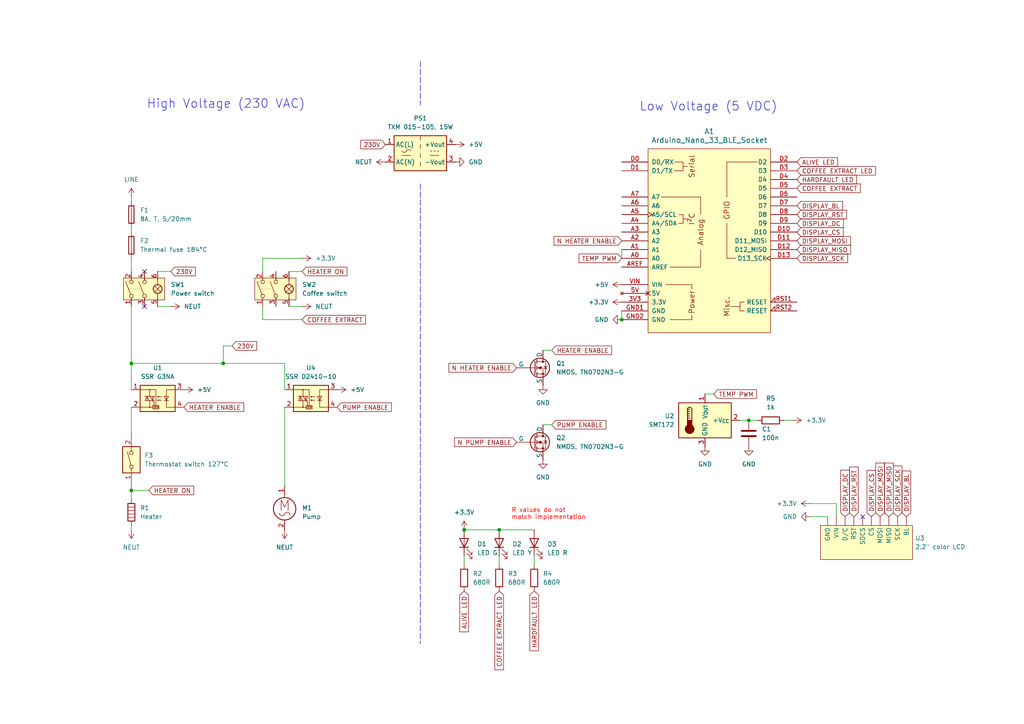
<source format=kicad_sch>
(kicad_sch (version 20250114) (generator "eeschema") (generator_version "9.0")
  (paper "A4")
  (lib_symbols
    (symbol "Converter_ACDC:TMF05105"
      (property "Reference" "PS" (at -6.604 6.096 0))
      (property "Value" "TMF05105" (at 3.048 6.096 0))
      (symbol "TMF05105_1_1"
        (rectangle (start -7.62 5.08) (end 7.62 -5.08) (stroke (width 0.254)) (fill (type background)))
        (polyline (pts (xy -5.334 -0.635) (xy -2.794 -0.635)))
        (arc (start -4.064 0.635) (mid -4.699 0.2495) (end -5.334 0.635))
        (arc (start -4.064 0.635) (mid -3.429 1.0072) (end -2.794 0.635))
        (polyline (pts (xy 0 5.08) (xy 0 3.81)))
        (polyline (pts (xy 0 2.54) (xy 0 1.27)))
        (polyline (pts (xy 0 0) (xy 0 -1.27)))
        (polyline (pts (xy 0 -2.54) (xy 0 -3.81)))
        (polyline (pts (xy 2.794 0.635) (xy 3.302 0.635)))
        (polyline (pts (xy 2.794 -0.635) (xy 5.334 -0.635)))
        (polyline (pts (xy 3.81 0.635) (xy 4.318 0.635)))
        (polyline (pts (xy 4.826 0.635) (xy 5.334 0.635)))
        (pin power_in line (at -10.16 2.54 0) (length 2.54) (name "AC(L)") (number "1"))
        (pin power_in line (at -10.16 -2.54 0) (length 2.54) (name "AC(N)") (number "2"))
        (pin power_out line (at 10.16 2.54 180) (length 2.54) (name "+Vout") (number "4"))
        (pin power_out line (at 10.16 -2.54 180) (length 2.54) (name "-Vout") (number "3"))
      )
    )
    (symbol "Device:C" (pin_numbers (hide yes)) (pin_names (offset 0.254))
      (property "Reference" "C" (at 0.635 2.54 0))
      (property "Value" "C" (at 0.635 -2.54 0))
      (symbol "C_0_1"
        (polyline (pts (xy -2.032 0.762) (xy 2.032 0.762)) (stroke (width 0.508)))
        (polyline (pts (xy -2.032 -0.762) (xy 2.032 -0.762)) (stroke (width 0.508)))
      )
      (symbol "C_1_1"
        (pin passive line (at 0 3.81 270) (length 2.794) (name "~") (number "1"))
        (pin passive line (at 0 -3.81 90) (length 2.794) (name "~") (number "2"))
      )
    )
    (symbol "Device:Fuse" (pin_numbers (hide yes)) (pin_names (offset 0))
      (property "Reference" "F" (at 2.032 0 90))
      (property "Value" "Fuse" (at -1.905 0 90))
      (symbol "Fuse_0_1"
        (rectangle (start -0.762 -2.54) (end 0.762 2.54) (stroke (width 0.254)))
        (polyline (pts (xy 0 2.54) (xy 0 -2.54)))
      )
      (symbol "Fuse_1_1"
        (pin passive line (at 0 3.81 270) (length 1.27) (name "~") (number "1"))
        (pin passive line (at 0 -3.81 90) (length 1.27) (name "~") (number "2"))
      )
    )
    (symbol "Device:Heater" (pin_numbers (hide yes)) (pin_names (offset 0))
      (property "Reference" "R" (at 2.032 0 90))
      (property "Value" "Heater" (at -2.032 0 90))
      (symbol "Heater_0_1"
        (polyline (pts (xy -1.016 1.524) (xy 1.016 1.524)))
        (rectangle (start -1.016 -2.54) (end 1.016 2.54) (stroke (width 0.254)))
        (polyline (pts (xy 1.016 0.508) (xy -1.016 0.508)))
        (polyline (pts (xy 1.016 -0.508) (xy -1.016 -0.508)))
        (polyline (pts (xy 1.016 -1.524) (xy -1.016 -1.524)))
      )
      (symbol "Heater_1_1"
        (pin passive line (at 0 3.81 270) (length 1.27) (name "~") (number "1"))
        (pin passive line (at 0 -3.81 90) (length 1.27) (name "~") (number "2"))
      )
    )
    (symbol "Device:LED" (pin_numbers (hide yes)) (pin_names (offset 1.016) (hide yes))
      (property "Reference" "D" (at 0 2.54 0))
      (property "Value" "LED" (at 0 -2.54 0))
      (symbol "LED_0_1"
        (polyline (pts (xy -3.048 -0.762) (xy -4.572 -2.286) (xy -3.81 -2.286) (xy -4.572 -2.286) (xy -4.572 -1.524)))
        (polyline (pts (xy -1.778 -0.762) (xy -3.302 -2.286) (xy -2.54 -2.286) (xy -3.302 -2.286) (xy -3.302 -1.524)))
        (polyline (pts (xy -1.27 0) (xy 1.27 0)))
        (polyline (pts (xy -1.27 -1.27) (xy -1.27 1.27)) (stroke (width 0.254)))
        (polyline (pts (xy 1.27 -1.27) (xy 1.27 1.27) (xy -1.27 0) (xy 1.27 -1.27)) (stroke (width 0.254)))
      )
      (symbol "LED_1_1"
        (pin passive line (at -3.81 0 0) (length 2.54) (name "K") (number "1"))
        (pin passive line (at 3.81 0 180) (length 2.54) (name "A") (number "2"))
      )
    )
    (symbol "Device:R" (pin_numbers (hide yes)) (pin_names (offset 0))
      (property "Reference" "R" (at 2.032 0 90))
      (property "Value" "R" (at 0 0 90))
      (symbol "R_0_1"
        (rectangle (start -1.016 -2.54) (end 1.016 2.54) (stroke (width 0.254)))
      )
      (symbol "R_1_1"
        (pin passive line (at 0 3.81 270) (length 1.27) (name "~") (number "1"))
        (pin passive line (at 0 -3.81 90) (length 1.27) (name "~") (number "2"))
      )
    )
    (symbol "Motor:Motor_AC" (pin_names (offset 0))
      (property "Reference" "M" (at 2.54 2.54 0))
      (property "Value" "Motor_AC" (at 2.54 -5.08 0))
      (symbol "Motor_AC_0_0"
        (polyline (pts (xy -1.016 -2.032) (xy -1.016 1.016) (xy 0 -1.016) (xy 1.016 1.016) (xy 1.016 -2.032)))
        (arc (start 0 -3.048) (mid -0.8622 -3.5222) (end -1.524 -2.794))
        (arc (start 0 -3.048) (mid 0.8657 -2.5527) (end 1.524 -3.302))
      )
      (symbol "Motor_AC_0_1"
        (polyline (pts (xy 0 2.032) (xy 0 2.54)))
        (polyline (pts (xy 0 1.7272) (xy 0 2.0828)))
        (circle (center 0 -1.524) (radius 3.2512) (stroke (width 0.254)))
        (polyline (pts (xy 0 -4.7752) (xy 0 -5.1816)))
        (polyline (pts (xy 0 -7.62) (xy 0 -7.112)))
      )
      (symbol "Motor_AC_1_1"
        (pin passive line (at 0 5.08 270) (length 2.54) (name "~") (number "1"))
        (pin passive line (at 0 -7.62 90) (length 2.54) (name "~") (number "2"))
      )
    )
    (symbol "PCM_arduino-library:Arduino_Nano_33_BLE_Socket" (pin_names (offset 1.016))
      (property "Reference" "A" (at 0 33.02 0))
      (property "Value" "Arduino_Nano_33_BLE_Socket" (at 0 29.21 0))
      (symbol "Arduino_Nano_33_BLE_Socket_0_0"
        (rectangle (start -17.78 26.67) (end 17.78 -26.67) (fill (type background)))
        (polyline (pts (xy -11.43 -22.86) (xy -5.08 -22.86) (xy -5.08 -21.59)))
        (polyline (pts (xy -10.16 22.86) (xy -7.62 22.86) (xy -7.62 20.32) (xy -10.16 20.32)))
        (polyline (pts (xy -8.89 7.62) (xy -7.62 7.62) (xy -7.62 5.08) (xy -8.89 5.08)))
        (polyline (pts (xy -7.62 21.59) (xy -6.35 21.59)))
        (polyline (pts (xy -7.62 6.35) (xy -6.35 6.35)))
        (polyline (pts (xy -5.08 -13.97) (xy -5.08 -12.7) (xy -12.7 -12.7)))
        (polyline (pts (xy 8.89 -19.05) (xy 6.35 -19.05)))
        (text "Serial" (at -5.08 21.59 900) (effects (font (size 1.524 1.524))))
        (text "I²C" (at -5.08 6.35 900) (effects (font (size 1.524 1.524))))
        (text "Power" (at -5.08 -17.78 900) (effects (font (size 1.524 1.524))))
        (text "Analog" (at -2.54 2.54 900) (effects (font (size 1.524 1.524))))
        (text "Misc." (at 5.08 -19.05 900) (effects (font (size 1.524 1.524))))
      )
      (symbol "Arduino_Nano_33_BLE_Socket_0_1"
        (polyline (pts (xy -13.97 12.7) (xy -2.54 12.7) (xy -2.54 7.62)))
        (polyline (pts (xy -11.43 -7.62) (xy -2.54 -7.62) (xy -2.54 -2.54)))
        (polyline (pts (xy 7.62 -5.08) (xy 5.08 -5.08) (xy 5.08 5.08)))
        (polyline (pts (xy 10.16 -17.78) (xy 8.89 -17.78) (xy 8.89 -20.32) (xy 10.16 -20.32)))
        (polyline (pts (xy 13.97 22.86) (xy 5.08 22.86) (xy 5.08 12.7)))
      )
      (symbol "Arduino_Nano_33_BLE_Socket_1_0"
        (text "GPIO" (at 5.08 8.89 900) (effects (font (size 1.524 1.524))))
      )
      (symbol "Arduino_Nano_33_BLE_Socket_1_1"
        (pin bidirectional line (at -25.4 22.86 0) (length 7.62) (name "D0/RX") (number "D0"))
        (pin bidirectional line (at -25.4 20.32 0) (length 7.62) (name "D1/TX") (number "D1"))
        (pin input line (at -25.4 12.7 0) (length 7.62) (name "A7") (number "A7"))
        (pin input line (at -25.4 10.16 0) (length 7.62) (name "A6") (number "A6"))
        (pin bidirectional clock (at -25.4 7.62 0) (length 7.62) (name "A5/SCL") (number "A5"))
        (pin bidirectional line (at -25.4 5.08 0) (length 7.62) (name "A4/SDA") (number "A4"))
        (pin bidirectional line (at -25.4 2.54 0) (length 7.62) (name "A3") (number "A3"))
        (pin bidirectional line (at -25.4 0 0) (length 7.62) (name "A2") (number "A2"))
        (pin bidirectional line (at -25.4 -2.54 0) (length 7.62) (name "A1") (number "A1"))
        (pin bidirectional line (at -25.4 -5.08 0) (length 7.62) (name "A0") (number "A0"))
        (pin input line (at -25.4 -7.62 0) (length 7.62) (name "AREF") (number "AREF"))
        (pin power_in line (at -25.4 -12.7 0) (length 7.62) (name "VIN") (number "VIN"))
        (pin no_connect non_logic (at -25.4 -15.24 0) (length 7.62) (name "5V") (number "5V"))
        (pin power_in line (at -25.4 -17.78 0) (length 7.62) (name "3.3V") (number "3V3"))
        (pin power_in line (at -25.4 -20.32 0) (length 7.62) (name "GND") (number "GND1"))
        (pin power_in line (at -25.4 -22.86 0) (length 7.62) (name "GND") (number "GND2"))
        (pin bidirectional line (at 25.4 22.86 180) (length 7.62) (name "D2") (number "D2"))
        (pin bidirectional line (at 25.4 20.32 180) (length 7.62) (name "D3") (number "D3"))
        (pin bidirectional line (at 25.4 17.78 180) (length 7.62) (name "D4") (number "D4"))
        (pin bidirectional line (at 25.4 15.24 180) (length 7.62) (name "D5") (number "D5"))
        (pin bidirectional line (at 25.4 12.7 180) (length 7.62) (name "D6") (number "D6"))
        (pin bidirectional line (at 25.4 10.16 180) (length 7.62) (name "D7") (number "D7"))
        (pin bidirectional line (at 25.4 7.62 180) (length 7.62) (name "D8") (number "D8"))
        (pin bidirectional line (at 25.4 5.08 180) (length 7.62) (name "D9") (number "D9"))
        (pin bidirectional line (at 25.4 2.54 180) (length 7.62) (name "D10") (number "D10"))
        (pin bidirectional line (at 25.4 0 180) (length 7.62) (name "D11_MOSI") (number "D11"))
        (pin bidirectional line (at 25.4 -2.54 180) (length 7.62) (name "D12_MISO") (number "D12"))
        (pin bidirectional clock (at 25.4 -5.08 180) (length 7.62) (name "D13_SCK") (number "D13"))
        (pin open_collector input_low (at 25.4 -17.78 180) (length 7.62) (name "RESET") (number "RST1"))
        (pin open_collector input_low (at 25.4 -20.32 180) (length 7.62) (name "RESET") (number "RST2"))
      )
    )
    (symbol "Relay_SolidState:S102S02"
      (property "Reference" "U" (at -5.08 5.08 0))
      (property "Value" "S102S02" (at 0 5.08 0))
      (symbol "S102S02_0_0"
        (rectangle (start -0.381 -2.032) (end 1.397 -3.048))
        (polyline (pts (xy 1.524 -0.635) (xy 1.016 -1.016) (xy 1.016 -2.032)))
        (polyline (pts (xy 2.286 -2.54) (xy 1.397 -2.54)))
        (text "ZCD" (at 0.508 -2.54 0) (effects (font (size 0.508 0.508))))
      )
      (symbol "S102S02_0_1"
        (rectangle (start -5.08 3.81) (end 5.08 -3.81) (stroke (width 0.254)) (fill (type background)))
        (polyline (pts (xy -5.08 2.54) (xy -2.54 2.54) (xy -2.54 -2.54) (xy -5.08 -2.54)))
        (polyline (pts (xy -3.175 -0.635) (xy -1.905 -0.635)))
        (polyline (pts (xy -2.54 -0.635) (xy -3.175 0.635) (xy -1.905 0.635) (xy -2.54 -0.635)))
        (polyline (pts (xy -1.143 0.508) (xy 0.127 0.508) (xy -0.254 0.381) (xy -0.254 0.635) (xy 0.127 0.508)))
        (polyline (pts (xy -1.143 -0.508) (xy 0.127 -0.508) (xy -0.254 -0.635) (xy -0.254 -0.381) (xy 0.127 -0.508)))
        (polyline (pts (xy 0.889 -0.635) (xy 3.683 -0.635) (xy 3.048 0.635) (xy 2.413 -0.635)))
        (polyline (pts (xy 1.524 -0.635) (xy 1.524 0.635)))
        (polyline (pts (xy 2.286 2.54) (xy 0.508 2.54) (xy 0.508 -2.032)))
        (circle (center 2.286 2.54) (radius 0.127))
        (polyline (pts (xy 2.286 0.635) (xy 2.286 2.54) (xy 5.08 2.54)))
        (polyline (pts (xy 2.286 -0.635) (xy 2.286 -2.54) (xy 5.08 -2.54)))
        (circle (center 2.286 -2.54) (radius 0.127))
        (polyline (pts (xy 3.048 0.635) (xy 3.048 -0.635)))
        (polyline (pts (xy 3.683 0.635) (xy 0.889 0.635) (xy 1.524 -0.635) (xy 2.159 0.635)))
      )
      (symbol "S102S02_1_1"
        (pin passive line (at -7.62 2.54 0) (length 2.54) (name "~") (number "3"))
        (pin passive line (at -7.62 -2.54 0) (length 2.54) (name "~") (number "4"))
        (pin passive line (at 7.62 2.54 180) (length 2.54) (name "~") (number "1"))
        (pin passive line (at 7.62 -2.54 180) (length 2.54) (name "~") (number "2"))
      )
    )
    (symbol "Sensor_Temperature:LM35-LP"
      (property "Reference" "U2" (at -8.89 1.2701 0))
      (property "Value" "SMT172" (at -8.89 -1.2699 0))
      (symbol "LM35-LP_0_1"
        (rectangle (start -7.62 5.08) (end 7.62 -5.08) (stroke (width 0.254)) (fill (type background)))
        (polyline (pts (xy -5.08 3.175) (xy -5.08 0)) (stroke (width 0.254)))
        (polyline (pts (xy -5.08 3.175) (xy -4.445 3.175)) (stroke (width 0.254)))
        (polyline (pts (xy -5.08 2.54) (xy -4.445 2.54)) (stroke (width 0.254)))
        (polyline (pts (xy -5.08 1.905) (xy -4.445 1.905)) (stroke (width 0.254)))
        (polyline (pts (xy -5.08 1.27) (xy -4.445 1.27)) (stroke (width 0.254)))
        (polyline (pts (xy -5.08 0.635) (xy -4.445 0.635)) (stroke (width 0.254)))
        (arc (start -5.08 3.175) (mid -4.445 3.8073) (end -3.81 3.175) (stroke (width 0.254)))
        (circle (center -4.445 -2.54) (radius 1.27) (stroke (width 0.254)) (fill (type outline)))
        (polyline (pts (xy -3.81 3.175) (xy -3.81 0)) (stroke (width 0.254)))
        (rectangle (start -3.81 -1.905) (end -5.08 0) (stroke (width 0.254)) (fill (type outline)))
      )
      (symbol "LM35-LP_1_1"
        (pin output line (at 0 7.62 270) (length 2.54) (name "V_{OUT}") (number "1"))
        (pin power_in line (at 0 -7.62 90) (length 2.54) (name "GND") (number "3"))
        (pin power_in line (at 10.16 0 180) (length 2.54) (name "+V_{CC}") (number "2"))
      )
    )
    (symbol "Simulation_SPICE:NMOS" (pin_numbers (hide yes)) (pin_names (offset 0))
      (property "Reference" "Q" (at 5.08 1.27 0))
      (property "Value" "NMOS" (at 5.08 -1.27 0))
      (symbol "NMOS_0_1"
        (polyline (pts (xy 0.254 1.905) (xy 0.254 -1.905)) (stroke (width 0.254)))
        (polyline (pts (xy 0.254 0) (xy -2.54 0)))
        (polyline (pts (xy 0.762 2.286) (xy 0.762 1.27)) (stroke (width 0.254)))
        (polyline (pts (xy 0.762 0.508) (xy 0.762 -0.508)) (stroke (width 0.254)))
        (polyline (pts (xy 0.762 -1.27) (xy 0.762 -2.286)) (stroke (width 0.254)))
        (polyline (pts (xy 0.762 -1.778) (xy 3.302 -1.778) (xy 3.302 1.778) (xy 0.762 1.778)))
        (polyline (pts (xy 1.016 0) (xy 2.032 0.381) (xy 2.032 -0.381) (xy 1.016 0)) (fill (type outline)))
        (circle (center 1.651 0) (radius 2.794) (stroke (width 0.254)))
        (polyline (pts (xy 2.54 2.54) (xy 2.54 1.778)))
        (circle (center 2.54 1.778) (radius 0.254) (fill (type outline)))
        (circle (center 2.54 -1.778) (radius 0.254) (fill (type outline)))
        (polyline (pts (xy 2.54 -2.54) (xy 2.54 0) (xy 0.762 0)))
        (polyline (pts (xy 2.794 0.508) (xy 2.921 0.381) (xy 3.683 0.381) (xy 3.81 0.254)))
        (polyline (pts (xy 3.302 0.381) (xy 2.921 -0.254) (xy 3.683 -0.254) (xy 3.302 0.381)))
      )
      (symbol "NMOS_1_1"
        (pin input line (at -5.08 0 0) (length 2.54) (name "G") (number "2"))
        (pin passive line (at 2.54 5.08 270) (length 2.54) (name "D") (number "1"))
        (pin passive line (at 2.54 -5.08 90) (length 2.54) (name "S") (number "3"))
      )
    )
    (symbol "Switch:SW_DIP_x01" (pin_names (offset 0) (hide yes))
      (property "Reference" "SW" (at 0 3.81 0))
      (property "Value" "SW_DIP_x01" (at 0 -3.81 0))
      (symbol "SW_DIP_x01_0_0"
        (circle (center -2.032 0) (radius 0.508))
        (polyline (pts (xy -1.524 0.127) (xy 2.3622 1.1684)))
        (circle (center 2.032 0) (radius 0.508))
      )
      (symbol "SW_DIP_x01_0_1"
        (rectangle (start -3.81 2.54) (end 3.81 -2.54) (stroke (width 0.254)) (fill (type background)))
      )
      (symbol "SW_DIP_x01_1_1"
        (pin passive line (at -7.62 0 0) (length 5.08) (name "~") (number "1"))
        (pin passive line (at 7.62 0 180) (length 5.08) (name "~") (number "2"))
      )
    )
    (symbol "coffee_machine:1480_LcdDisplay"
      (property "Reference" "U" (at 0.254 2.032 0))
      (property "Value" "2.2\" color LCD" (at 5.842 -0.762 0))
      (symbol "1480_LcdDisplay_1_1"
        (rectangle (start 0 -2.032) (end 9.906 -28.702) (fill (type background)))
        (pin passive line (at -2.54 -3.81 0) (length 2.54) (name "BL") (number ""))
        (pin passive line (at -2.54 -6.35 0) (length 2.54) (name "SCK") (number ""))
        (pin passive line (at -2.54 -8.89 0) (length 2.54) (name "MISO") (number ""))
        (pin passive line (at -2.54 -11.43 0) (length 2.54) (name "MOSI") (number ""))
        (pin passive line (at -2.54 -13.97 0) (length 2.54) (name "CS") (number ""))
        (pin passive line (at -2.54 -16.51 0) (length 2.54) (name "SDCS") (number ""))
        (pin passive line (at -2.54 -19.05 0) (length 2.54) (name "RST") (number ""))
        (pin passive line (at -2.54 -21.59 0) (length 2.54) (name "D/C") (number ""))
        (pin passive line (at -2.54 -24.13 0) (length 2.54) (name "VIN") (number ""))
        (pin passive line (at -2.54 -26.67 0) (length 2.54) (name "GND") (number ""))
      )
    )
    (symbol "coffee_machine:SW_DPDT_Lamp"
      (property "Reference" "SW" (at 0 1.016 0))
      (symbol "SW_DPDT_Lamp_0_1"
        (polyline (pts (xy -2.54 -10.16) (xy -1.27 -10.16)))
        (circle (center -2.032 -2.54) (radius 0.508))
        (circle (center -2.032 -6.35) (radius 0.508))
        (polyline (pts (xy -1.524 -2.286) (xy 2.159 -0.889)))
        (polyline (pts (xy -1.524 -6.096) (xy 2.159 -4.699)))
        (polyline (pts (xy -0.889 -11.049) (xy 0.889 -9.271)))
        (circle (center 0 -10.16) (radius 1.27) (stroke (width 0.254)))
        (polyline (pts (xy 0.889 -11.049) (xy -0.889 -9.271)))
        (circle (center 2.032 -2.54) (radius 0.508))
        (circle (center 2.032 -6.35) (radius 0.508))
        (polyline (pts (xy 2.54 -10.16) (xy 1.27 -10.16)))
      )
      (symbol "SW_DPDT_Lamp_1_1"
        (rectangle (start -3.175 -0.254) (end 3.175 -12.192) (fill (type background)))
        (polyline (pts (xy 0 -1.778) (xy 0 -5.588)) (stroke (width 0) (type dot)))
        (pin passive line (at -5.08 -2.54 0) (length 2.54) (name "") (number "1"))
        (pin passive line (at -5.08 -6.35 0) (length 2.54) (name "") (number "3"))
        (pin passive line (at -5.08 -10.16 0) (length 2.54) (name "") (number "5"))
        (pin passive line (at 5.08 -2.54 180) (length 2.54) (name "") (number "2"))
        (pin passive line (at 5.08 -6.35 180) (length 2.54) (name "") (number "4"))
        (pin passive line (at 5.08 -10.16 180) (length 2.54) (name "") (number "6"))
      )
    )
    (symbol "power:+3.3V" (power) (pin_numbers (hide yes)) (pin_names (offset 0) (hide yes))
      (property "Value" "+3.3V" (at 0 3.556 0))
      (symbol "+3.3V_0_1"
        (polyline (pts (xy -0.762 1.27) (xy 0 2.54)))
        (polyline (pts (xy 0 2.54) (xy 0.762 1.27)))
        (polyline (pts (xy 0 0) (xy 0 2.54)))
      )
      (symbol "+3.3V_1_1"
        (pin power_in line (at 0 0 90) (length 0) (name "~") (number "1"))
      )
    )
    (symbol "power:+5V" (power) (pin_numbers (hide yes)) (pin_names (offset 0) (hide yes))
      (property "Value" "+5V" (at 0 3.556 0))
      (symbol "+5V_0_1"
        (polyline (pts (xy -0.762 1.27) (xy 0 2.54)))
        (polyline (pts (xy 0 2.54) (xy 0.762 1.27)))
        (polyline (pts (xy 0 0) (xy 0 2.54)))
      )
      (symbol "+5V_1_1"
        (pin power_in line (at 0 0 90) (length 0) (name "~") (number "1"))
      )
    )
    (symbol "power:GND" (power) (pin_numbers (hide yes)) (pin_names (offset 0) (hide yes))
      (property "Value" "GND" (at 0 -3.81 0))
      (symbol "GND_0_1"
        (polyline (pts (xy 0 0) (xy 0 -1.27) (xy 1.27 -1.27) (xy 0 -2.54) (xy -1.27 -1.27) (xy 0 -1.27)))
      )
      (symbol "GND_1_1"
        (pin power_in line (at 0 0 270) (length 0) (name "~") (number "1"))
      )
    )
    (symbol "power:LINE" (power) (pin_numbers (hide yes)) (pin_names (offset 0) (hide yes))
      (property "Value" "LINE" (at 0 3.556 0))
      (symbol "LINE_0_1"
        (polyline (pts (xy -0.762 1.27) (xy 0 2.54)))
        (polyline (pts (xy 0 2.54) (xy 0.762 1.27)))
        (polyline (pts (xy 0 0) (xy 0 2.54)))
      )
      (symbol "LINE_1_1"
        (pin power_in line (at 0 0 90) (length 0) (name "~") (number "1"))
      )
    )
    (symbol "power:NEUT" (power) (pin_numbers (hide yes)) (pin_names (offset 0) (hide yes))
      (property "Value" "NEUT" (at 0 3.556 0))
      (symbol "NEUT_0_1"
        (polyline (pts (xy -0.762 1.27) (xy 0 2.54)))
        (polyline (pts (xy 0 2.54) (xy 0.762 1.27)))
        (polyline (pts (xy 0 0) (xy 0 2.54)))
      )
      (symbol "NEUT_1_1"
        (pin power_in line (at 0 0 90) (length 0) (name "~") (number "1"))
      )
    )
  )
  (text "Low Voltage (5 VDC)" (at 205.486 30.988 0) (effects (font (size 2.54 2.54))))
  (text "High Voltage (230 VAC)" (at 65.532 30.226 0) (effects (font (size 2.54 2.54))))
  (text "R values do not\nmatch implementation" (at 148.336 149.098 0) (effects (font (size 1.27 1.27)) (justify left)))
  (junction (at 134.62 153.67))
  (junction (at 144.78 153.67))
  (junction (at 64.77 105.41))
  (junction (at 217.17 121.92))
  (junction (at 38.1 105.41))
  (junction (at 38.1 142.24))
  (junction (at 180.34 92.71))
  (no_connect (at 41.91 78.74))
  (no_connect (at 41.91 88.9))
  (no_connect (at 250.19 149.86))
  (wire (pts (xy 49.53 88.9) (xy 45.72 88.9)))
  (wire (pts (xy 38.1 105.41) (xy 64.77 105.41)))
  (wire (pts (xy 83.82 78.74) (xy 87.63 78.74)))
  (wire (pts (xy 38.1 118.11) (xy 38.1 125.73)))
  (wire (pts (xy 43.18 142.24) (xy 38.1 142.24)))
  (polyline (pts (xy 121.92 53.34) (xy 121.92 186.69)) (stroke (width 0) (type dash)))
  (wire (pts (xy 38.1 88.9) (xy 38.1 105.41)))
  (wire (pts (xy 160.02 101.6) (xy 157.48 101.6)))
  (wire (pts (xy 76.2 74.93) (xy 76.2 78.74)))
  (wire (pts (xy 38.1 66.04) (xy 38.1 67.31)))
  (wire (pts (xy 38.1 74.93) (xy 38.1 78.74)))
  (wire (pts (xy 160.02 123.19) (xy 157.48 123.19)))
  (wire (pts (xy 82.55 105.41) (xy 82.55 113.03)))
  (wire (pts (xy 217.17 121.92) (xy 214.63 121.92)))
  (wire (pts (xy 64.77 105.41) (xy 82.55 105.41)))
  (wire (pts (xy 83.82 88.9) (xy 87.63 88.9)))
  (wire (pts (xy 207.01 114.3) (xy 204.47 114.3)))
  (wire (pts (xy 219.71 121.92) (xy 217.17 121.92)))
  (wire (pts (xy 38.1 105.41) (xy 38.1 113.03)))
  (wire (pts (xy 242.57 146.05) (xy 242.57 149.86)))
  (wire (pts (xy 234.95 149.86) (xy 240.03 149.86)))
  (wire (pts (xy 144.78 161.29) (xy 144.78 163.83)))
  (wire (pts (xy 76.2 92.71) (xy 76.2 88.9)))
  (wire (pts (xy 134.62 153.67) (xy 144.78 153.67)))
  (wire (pts (xy 82.55 118.11) (xy 82.55 140.97)))
  (wire (pts (xy 49.53 78.74) (xy 45.72 78.74)))
  (wire (pts (xy 180.34 92.71) (xy 180.34 90.17)))
  (wire (pts (xy 38.1 57.15) (xy 38.1 58.42)))
  (wire (pts (xy 38.1 142.24) (xy 38.1 144.78)))
  (wire (pts (xy 154.94 161.29) (xy 154.94 163.83)))
  (wire (pts (xy 64.77 105.41) (xy 64.77 100.33)))
  (wire (pts (xy 227.33 121.92) (xy 229.87 121.92)))
  (wire (pts (xy 87.63 74.93) (xy 76.2 74.93)))
  (wire (pts (xy 38.1 140.97) (xy 38.1 142.24)))
  (wire (pts (xy 64.77 100.33) (xy 67.31 100.33)))
  (wire (pts (xy 180.34 74.93) (xy 180.34 72.39)))
  (wire (pts (xy 134.62 161.29) (xy 134.62 163.83)))
  (polyline (pts (xy 121.92 17.78) (xy 121.92 30.48)) (stroke (width 0) (type dash)))
  (wire (pts (xy 234.95 146.05) (xy 242.57 146.05)))
  (wire (pts (xy 144.78 153.67) (xy 154.94 153.67)))
  (wire (pts (xy 76.2 92.71) (xy 87.63 92.71)))
  (wire (pts (xy 38.1 152.4) (xy 38.1 153.67)))
  (global_label "PUMP ENABLE" (shape input) (at 160.02 123.19 0) (property "Intersheetrefs" "${INTERSHEET_REFS}" (effects (hide yes))))
  (global_label "DISPLAY_RST" (shape input) (at 231.14 62.23 0) (property "Intersheetrefs" "${INTERSHEET_REFS}" (effects (hide yes))))
  (global_label "N HEATER ENABLE" (shape input) (at 149.86 106.68 180) (property "Intersheetrefs" "${INTERSHEET_REFS}" (effects (hide yes))))
  (global_label "DISPLAY_SCK" (shape input) (at 231.14 74.93 0) (property "Intersheetrefs" "${INTERSHEET_REFS}" (effects (hide yes))))
  (global_label "COFFEE EXTRACT LED" (shape input) (at 144.78 171.45 270) (property "Intersheetrefs" "${INTERSHEET_REFS}" (effects (hide yes))))
  (global_label "230V" (shape input) (at 111.76 41.91 180) (property "Intersheetrefs" "${INTERSHEET_REFS}" (effects (hide yes))))
  (global_label "ALIVE LED" (shape input) (at 231.14 46.99 0) (property "Intersheetrefs" "${INTERSHEET_REFS}" (effects (hide yes))))
  (global_label "HEATER ENABLE" (shape input) (at 160.02 101.6 0) (property "Intersheetrefs" "${INTERSHEET_REFS}" (effects (hide yes))))
  (global_label "COFFEE EXTRACT LED" (shape input) (at 231.14 49.53 0) (property "Intersheetrefs" "${INTERSHEET_REFS}" (effects (hide yes))))
  (global_label "HEATER ENABLE" (shape input) (at 53.34 118.11 0) (property "Intersheetrefs" "${INTERSHEET_REFS}" (effects (hide yes))))
  (global_label "DISPLAY_MISO" (shape input) (at 257.81 149.86 90) (property "Intersheetrefs" "${INTERSHEET_REFS}" (effects (hide yes))))
  (global_label "DISPLAY_CS" (shape input) (at 252.73 149.86 90) (property "Intersheetrefs" "${INTERSHEET_REFS}" (effects (hide yes))))
  (global_label "ALIVE LED" (shape input) (at 134.62 171.45 270) (property "Intersheetrefs" "${INTERSHEET_REFS}" (effects (hide yes))))
  (global_label "DISPLAY_MOSI" (shape input) (at 255.27 149.86 90) (property "Intersheetrefs" "${INTERSHEET_REFS}" (effects (hide yes))))
  (global_label "COFFEE EXTRACT" (shape input) (at 231.14 54.61 0) (property "Intersheetrefs" "${INTERSHEET_REFS}" (effects (hide yes))))
  (global_label "DISPLAY_SCK" (shape input) (at 260.35 149.86 90) (property "Intersheetrefs" "${INTERSHEET_REFS}" (effects (hide yes))))
  (global_label "COFFEE EXTRACT" (shape input) (at 87.63 92.71 0) (property "Intersheetrefs" "${INTERSHEET_REFS}" (effects (hide yes))))
  (global_label "DISPLAY_RST" (shape input) (at 247.65 149.86 90) (property "Intersheetrefs" "${INTERSHEET_REFS}" (effects (hide yes))))
  (global_label "PUMP ENABLE" (shape input) (at 97.79 118.11 0) (property "Intersheetrefs" "${INTERSHEET_REFS}" (effects (hide yes))))
  (global_label "DISPLAY_BL" (shape input) (at 231.14 59.69 0) (property "Intersheetrefs" "${INTERSHEET_REFS}" (effects (hide yes))))
  (global_label "N HEATER ENABLE" (shape input) (at 180.34 69.85 180) (property "Intersheetrefs" "${INTERSHEET_REFS}" (effects (hide yes))))
  (global_label "HEATER ON" (shape input) (at 43.18 142.24 0) (property "Intersheetrefs" "${INTERSHEET_REFS}" (effects (hide yes))))
  (global_label "DISPLAY_DC" (shape input) (at 245.11 149.86 90) (property "Intersheetrefs" "${INTERSHEET_REFS}" (effects (hide yes))))
  (global_label "DISPLAY_DC" (shape input) (at 231.14 64.77 0) (property "Intersheetrefs" "${INTERSHEET_REFS}" (effects (hide yes))))
  (global_label "N PUMP ENABLE" (shape input) (at 149.86 128.27 180) (property "Intersheetrefs" "${INTERSHEET_REFS}" (effects (hide yes))))
  (global_label "TEMP PWM" (shape input) (at 180.34 74.93 180) (property "Intersheetrefs" "${INTERSHEET_REFS}" (effects (hide yes))))
  (global_label "HARDFAULT LED" (shape input) (at 154.94 171.45 270) (property "Intersheetrefs" "${INTERSHEET_REFS}" (effects (hide yes))))
  (global_label "HEATER ON" (shape input) (at 87.63 78.74 0) (property "Intersheetrefs" "${INTERSHEET_REFS}" (effects (hide yes))))
  (global_label "230V" (shape input) (at 67.31 100.33 0) (property "Intersheetrefs" "${INTERSHEET_REFS}" (effects (hide yes))))
  (global_label "TEMP PWM" (shape input) (at 207.01 114.3 0) (property "Intersheetrefs" "${INTERSHEET_REFS}" (effects (hide yes))))
  (global_label "HARDFAULT LED" (shape input) (at 231.14 52.07 0) (property "Intersheetrefs" "${INTERSHEET_REFS}" (effects (hide yes))))
  (global_label "230V" (shape input) (at 49.53 78.74 0) (property "Intersheetrefs" "${INTERSHEET_REFS}" (effects (hide yes))))
  (global_label "DISPLAY_CS" (shape input) (at 231.14 67.31 0) (property "Intersheetrefs" "${INTERSHEET_REFS}" (effects (hide yes))))
  (global_label "DISPLAY_MOSI" (shape input) (at 231.14 69.85 0) (property "Intersheetrefs" "${INTERSHEET_REFS}" (effects (hide yes))))
  (global_label "DISPLAY_MISO" (shape input) (at 231.14 72.39 0) (property "Intersheetrefs" "${INTERSHEET_REFS}" (effects (hide yes))))
  (global_label "DISPLAY_BL" (shape input) (at 262.89 149.86 90) (property "Intersheetrefs" "${INTERSHEET_REFS}" (effects (hide yes))))
  (symbol (lib_id "power:NEUT") (at 82.55 153.67 180) (unit 1)
    (property "Reference" "#PWR04" (effects (hide yes)))
    (property "Value" "NEUT" (at 82.55 158.75 0))
    (property "Description" "Power symbol creates a global label with name \"NEUT\"" (effects (hide yes)))
  )
  (symbol (lib_id "Device:R") (at 134.62 167.64 0) (unit 1)
    (property "Reference" "R2" (at 137.16 166.3699 0) (effects (justify left)))
    (property "Value" "680R" (at 137.16 168.9099 0) (effects (justify left)))
    (property "Description" "Resistor" (effects (hide yes)))
  )
  (symbol (lib_id "power:+3.3V") (at 87.63 74.93 270) (unit 1)
    (property "Reference" "#PWR016" (effects (hide yes)))
    (property "Value" "+3.3V" (at 91.44 74.9299 90) (effects (justify left)))
    (property "Description" "Power symbol creates a global label with name \"+3.3V\"" (effects (hide yes)))
  )
  (symbol (lib_id "Device:Fuse") (at 38.1 62.23 0) (unit 1)
    (property "Reference" "F1" (at 40.64 60.9599 0) (effects (justify left)))
    (property "Value" "8A, T, 5/20mm" (at 40.64 63.4999 0) (effects (justify left)))
    (property "Description" "Overcurrent fuse" (effects (hide yes)))
  )
  (symbol (lib_id "Relay_SolidState:S102S02") (at 90.17 115.57 0) (mirror y) (unit 1)
    (property "Reference" "U4" (at 90.17 106.68 0))
    (property "Value" "SSR D2410-10" (at 90.17 109.22 0))
    (property "Description" "SSR: D2410-10 (Random Access)" (effects (hide yes)))
  )
  (symbol (lib_id "power:+3.3V") (at 234.95 146.05 90) (unit 1)
    (property "Reference" "#PWR018" (effects (hide yes)))
    (property "Value" "+3.3V" (at 231.14 146.0499 90) (effects (justify left)))
    (property "Description" "Power symbol creates a global label with name \"+3.3V\"" (effects (hide yes)))
  )
  (symbol (lib_id "Device:R") (at 223.52 121.92 90) (unit 1)
    (property "Reference" "R5" (at 223.52 115.57 90))
    (property "Value" "1k" (at 223.52 118.11 90))
    (property "Description" "Resistor" (effects (hide yes)))
  )
  (symbol (lib_id "power:+3.3V") (at 134.62 153.67 0) (unit 1)
    (property "Reference" "#PWR017" (effects (hide yes)))
    (property "Value" "+3.3V" (at 134.62 148.59 0))
    (property "Description" "Power symbol creates a global label with name \"+3.3V\"" (effects (hide yes)))
  )
  (symbol (lib_id "Switch:SW_DIP_x01") (at 38.1 133.35 90) (unit 1)
    (property "Reference" "F3" (at 41.91 132.0799 90) (effects (justify right)))
    (property "Value" "Thermostat switch 127°C" (at 41.91 134.6199 90) (effects (justify right)))
    (property "Description" "Thermostat switch (system redundancy / fuse)" (effects (hide yes)))
  )
  (symbol (lib_id "power:LINE") (at 38.1 57.15 0) (unit 1)
    (property "Reference" "#PWR01" (effects (hide yes)))
    (property "Value" "LINE" (at 38.1 52.07 0))
    (property "Description" "Power symbol creates a global label with name \"LINE\"" (effects (hide yes)))
  )
  (symbol (lib_id "power:GND") (at 204.47 129.54 0) (unit 1)
    (property "Reference" "#PWR010" (effects (hide yes)))
    (property "Value" "GND" (at 204.47 134.62 0))
    (property "Description" "Power symbol creates a global label with name \"GND\" , ground" (effects (hide yes)))
  )
  (symbol (lib_id "Simulation_SPICE:NMOS") (at 154.94 128.27 0) (unit 1)
    (property "Reference" "Q2" (at 161.29 126.9999 0) (effects (justify left)))
    (property "Value" "NMOS, TN0702N3-G" (at 161.29 129.5399 0) (effects (justify left)))
    (property "Datasheet" "https://ww1.microchip.com/downloads/en/DeviceDoc/TN0702%20C080813.pdf" (effects (hide yes)))
    (property "Description" "N-channel MOSFET,  TN0702N3-G" (effects (hide yes)))
  )
  (symbol (lib_id "power:NEUT") (at 87.63 88.9 270) (unit 1)
    (property "Reference" "#PWR05" (effects (hide yes)))
    (property "Value" "NEUT" (at 91.44 88.8999 90) (effects (justify left)))
    (property "Description" "Power symbol creates a global label with name \"NEUT\"" (effects (hide yes)))
  )
  (symbol (lib_id "Device:LED") (at 154.94 157.48 90) (unit 1)
    (property "Reference" "D3" (at 158.75 157.7974 90) (effects (justify right)))
    (property "Value" "LED R" (at 158.75 160.3374 90) (effects (justify right)))
    (property "Description" "Light emitting diode" (effects (hide yes)))
  )
  (symbol (lib_id "power:+5V") (at 132.08 41.91 270) (unit 1)
    (property "Reference" "#PWR08" (effects (hide yes)))
    (property "Value" "+5V" (at 135.89 41.9099 90) (effects (justify left)))
    (property "Description" "Power symbol creates a global label with name \"+5V\"" (effects (hide yes)))
  )
  (symbol (lib_id "power:GND") (at 157.48 111.76 0) (unit 1)
    (property "Reference" "#PWR012" (effects (hide yes)))
    (property "Value" "GND" (at 157.48 116.84 0))
    (property "Description" "Power symbol creates a global label with name \"GND\" , ground" (effects (hide yes)))
  )
  (symbol (lib_id "power:+5V") (at 97.79 113.03 270) (unit 1)
    (property "Reference" "#PWR020" (effects (hide yes)))
    (property "Value" "+5V" (at 101.6 113.0299 90) (effects (justify left)))
    (property "Description" "Power symbol creates a global label with name \"+5V\"" (effects (hide yes)))
  )
  (symbol (lib_id "power:GND") (at 217.17 129.54 0) (unit 1)
    (property "Reference" "#PWR022" (effects (hide yes)))
    (property "Value" "GND" (at 217.17 134.62 0))
    (property "Description" "Power symbol creates a global label with name \"GND\" , ground" (effects (hide yes)))
  )
  (symbol (lib_id "Relay_SolidState:S102S02") (at 45.72 115.57 0) (mirror y) (unit 1)
    (property "Reference" "U1" (at 45.72 106.68 0))
    (property "Value" "SSR G3NA" (at 45.72 109.22 0))
    (property "Description" "SSR: G3NA-210B-UTU-DC5-24 (Zero cross)" (effects (hide yes)))
  )
  (symbol (lib_id "Simulation_SPICE:NMOS") (at 154.94 106.68 0) (unit 1)
    (property "Reference" "Q1" (at 161.29 105.4099 0) (effects (justify left)))
    (property "Value" "NMOS, TN0702N3-G" (at 161.29 107.9499 0) (effects (justify left)))
    (property "Datasheet" "https://ww1.microchip.com/downloads/en/DeviceDoc/TN0702%20C080813.pdf" (effects (hide yes)))
    (property "Description" "N-channel MOSFET,  TN0702N3-G" (effects (hide yes)))
  )
  (symbol (lib_id "power:GND") (at 157.48 133.35 0) (unit 1)
    (property "Reference" "#PWR021" (effects (hide yes)))
    (property "Value" "GND" (at 157.48 138.43 0))
    (property "Description" "Power symbol creates a global label with name \"GND\" , ground" (effects (hide yes)))
  )
  (symbol (lib_id "power:NEUT") (at 38.1 153.67 180) (unit 1)
    (property "Reference" "#PWR02" (effects (hide yes)))
    (property "Value" "NEUT" (at 38.1 158.75 0))
    (property "Description" "Power symbol creates a global label with name \"NEUT\"" (effects (hide yes)))
  )
  (symbol (lib_id "Device:R") (at 144.78 167.64 0) (unit 1)
    (property "Reference" "R3" (at 147.32 166.3699 0) (effects (justify left)))
    (property "Value" "680R" (at 147.32 168.9099 0) (effects (justify left)))
    (property "Description" "Resistor" (effects (hide yes)))
  )
  (symbol (lib_id "power:NEUT") (at 49.53 88.9 270) (unit 1)
    (property "Reference" "#PWR03" (effects (hide yes)))
    (property "Value" "NEUT" (at 53.34 88.8999 90) (effects (justify left)))
    (property "Description" "Power symbol creates a global label with name \"NEUT\"" (effects (hide yes)))
  )
  (symbol (lib_id "Converter_ACDC:TMF05105") (at 121.92 44.45 0) (unit 1)
    (property "Reference" "PS1" (at 121.92 34.29 0))
    (property "Value" "TXM 015-105, 15W" (at 121.92 36.83 0))
    (property "Datasheet" "https://www.tracopower.com/sites/default/files/products/datasheets/txm015_datasheet.pdf?t=1731718801" (effects (hide yes)))
    (property "Description" "AC/DC converter 230VAC / 5VDC, 15W" (effects (hide yes)))
  )
  (symbol (lib_id "Motor:Motor_AC") (at 82.55 146.05 0) (unit 1)
    (property "Reference" "M1" (at 87.63 147.3199 0) (effects (justify left)))
    (property "Value" "Pump" (at 87.63 149.8599 0) (effects (justify left)))
    (property "Description" "Pump: AC Motor" (effects (hide yes)))
  )
  (symbol (lib_id "power:+3.3V") (at 229.87 121.92 270) (unit 1)
    (property "Reference" "#PWR09" (effects (hide yes)))
    (property "Value" "+3.3V" (at 233.68 121.9199 90) (effects (justify left)))
    (property "Description" "Power symbol creates a global label with name \"+3.3V\"" (effects (hide yes)))
  )
  (symbol (lib_id "Device:Fuse") (at 38.1 71.12 0) (unit 1)
    (property "Reference" "F2" (at 40.64 69.8499 0) (effects (justify left)))
    (property "Value" "Thermal fuse 184°C" (at 40.64 72.3899 0) (effects (justify left)))
    (property "Description" "Thermal fuse" (effects (hide yes)))
  )
  (symbol (lib_id "power:GND") (at 180.34 92.71 270) (unit 1)
    (property "Reference" "#PWR014" (effects (hide yes)))
    (property "Value" "GND" (at 176.53 92.7099 90) (effects (justify right)))
    (property "Description" "Power symbol creates a global label with name \"GND\" , ground" (effects (hide yes)))
  )
  (symbol (lib_id "power:+5V") (at 53.34 113.03 270) (unit 1)
    (property "Reference" "#PWR011" (effects (hide yes)))
    (property "Value" "+5V" (at 57.15 113.0299 90) (effects (justify left)))
    (property "Description" "Power symbol creates a global label with name \"+5V\"" (effects (hide yes)))
  )
  (symbol (lib_id "Device:R") (at 154.94 167.64 0) (unit 1)
    (property "Reference" "R4" (at 157.48 166.3699 0) (effects (justify left)))
    (property "Value" "680R" (at 157.48 168.9099 0) (effects (justify left)))
    (property "Description" "Resistor" (effects (hide yes)))
  )
  (symbol (lib_id "power:GND") (at 132.08 46.99 90) (unit 1)
    (property "Reference" "#PWR07" (effects (hide yes)))
    (property "Value" "GND" (at 135.89 46.9899 90) (effects (justify right)))
    (property "Description" "Power symbol creates a global label with name \"GND\" , ground" (effects (hide yes)))
  )
  (symbol (lib_id "power:+5V") (at 180.34 82.55 90) (unit 1)
    (property "Reference" "#PWR013" (effects (hide yes)))
    (property "Value" "+5V" (at 176.53 82.5499 90) (effects (justify left)))
    (property "Description" "Power symbol creates a global label with name \"+5V\"" (effects (hide yes)))
  )
  (symbol (lib_id "Sensor_Temperature:LM35-LP") (at 204.47 121.92 0) (unit 1)
    (property "Reference" "U2" (at 195.58 120.6499 0) (effects (justify right)))
    (property "Value" "SMT172" (at 195.58 123.1899 0) (effects (justify right)))
    (property "Footprint" "Package_TO_SOT_THT:TO-92_Inline" (effects (hide yes)))
    (property "Datasheet" "https://sensorsandpower.angst-pfister.com/fileadmin/products/datasheets/273/SMT172_1620-21550-0001-E-0220.pdf" (effects (hide yes)))
    (property "Description" "High precision temperature sensor, TO-92" (effects (hide yes)))
  )
  (symbol (lib_id "coffee_machine:SW_DPDT_Lamp") (at 35.56 83.82 90) (unit 1)
    (property "Reference" "SW1" (at 49.53 82.5499 90) (effects (justify right)))
    (property "Value" "Power switch" (at 49.53 85.0899 90) (effects (justify right)))
    (property "Description" "SW_DPDT_Lamp Double Pole Double Throw (DPDT) switch with signal lamp" (effects (hide yes)))
  )
  (symbol (lib_id "power:GND") (at 234.95 149.86 270) (unit 1)
    (property "Reference" "#PWR019" (effects (hide yes)))
    (property "Value" "GND" (at 231.14 149.8599 90) (effects (justify right)))
    (property "Description" "Power symbol creates a global label with name \"GND\" , ground" (effects (hide yes)))
  )
  (symbol (lib_id "coffee_machine:1480_LcdDisplay") (at 266.7 152.4 270) (unit 1)
    (property "Reference" "U3" (at 265.43 156.0829 90) (effects (justify left)))
    (property "Value" "2.2\" color LCD" (at 265.43 158.6229 90) (effects (justify left)))
    (property "Datasheet" "https://www.adafruit.com/product/1480" (effects (hide yes)))
    (property "Description" "2.2\" 18-bit color TFT LCD display with microSD card breakout" (effects (hide yes)))
  )
  (symbol (lib_id "coffee_machine:SW_DPDT_Lamp") (at 73.66 83.82 90) (unit 1)
    (property "Reference" "SW2" (at 87.63 82.5499 90) (effects (justify right)))
    (property "Value" "Coffee switch" (at 87.63 85.0899 90) (effects (justify right)))
    (property "Description" "SW_DPDT_Lamp Double Pole Double Throw (DPDT) switch with signal lamp" (effects (hide yes)))
  )
  (symbol (lib_id "power:+3.3V") (at 180.34 87.63 90) (unit 1)
    (property "Reference" "#PWR015" (effects (hide yes)))
    (property "Value" "+3.3V" (at 176.53 87.6299 90) (effects (justify left)))
    (property "Description" "Power symbol creates a global label with name \"+3.3V\"" (effects (hide yes)))
  )
  (symbol (lib_id "Device:C") (at 217.17 125.73 0) (unit 1)
    (property "Reference" "C1" (at 220.98 124.4599 0) (effects (justify left)))
    (property "Value" "100n" (at 220.98 126.9999 0) (effects (justify left)))
    (property "Description" "Unpolarized capacitor" (effects (hide yes)))
  )
  (symbol (lib_id "power:NEUT") (at 111.76 46.99 90) (unit 1)
    (property "Reference" "#PWR06" (effects (hide yes)))
    (property "Value" "NEUT" (at 107.95 46.9899 90) (effects (justify left)))
    (property "Description" "Power symbol creates a global label with name \"NEUT\"" (effects (hide yes)))
  )
  (symbol (lib_id "Device:LED") (at 134.62 157.48 90) (unit 1)
    (property "Reference" "D1" (at 138.43 157.7974 90) (effects (justify right)))
    (property "Value" "LED G" (at 138.43 160.3374 90) (effects (justify right)))
    (property "Description" "Light emitting diode" (effects (hide yes)))
  )
  (symbol (lib_id "PCM_arduino-library:Arduino_Nano_33_BLE_Socket") (at 205.74 69.85 0) (unit 1)
    (property "Reference" "A1" (at 205.74 38.1 0) (effects (font (size 1.524 1.524))))
    (property "Value" "Arduino_Nano_33_BLE_Socket" (at 205.74 40.64 0) (effects (font (size 1.524 1.524))))
    (property "Footprint" "PCM_arduino-library:Arduino_Nano_Every_Socket" (effects (hide yes)))
    (property "Datasheet" "https://docs.arduino.cc/hardware/nano-33-ble" (effects (hide yes)))
    (property "Description" "Socket for Arduino Nano 33 BLE" (effects (hide yes)))
  )
  (symbol (lib_id "Device:LED") (at 144.78 157.48 90) (unit 1)
    (property "Reference" "D2" (at 148.59 157.7974 90) (effects (justify right)))
    (property "Value" "LED Y" (at 148.59 160.3374 90) (effects (justify right)))
    (property "Description" "Light emitting diode" (effects (hide yes)))
  )
  (symbol (lib_id "Device:Heater") (at 38.1 148.59 0) (unit 1)
    (property "Reference" "R1" (at 40.64 147.3199 0) (effects (justify left)))
    (property "Value" "Heater" (at 40.64 149.8599 0) (effects (justify left)))
    (property "Description" "Resistive heater" (effects (hide yes)))
  )
)
</source>
